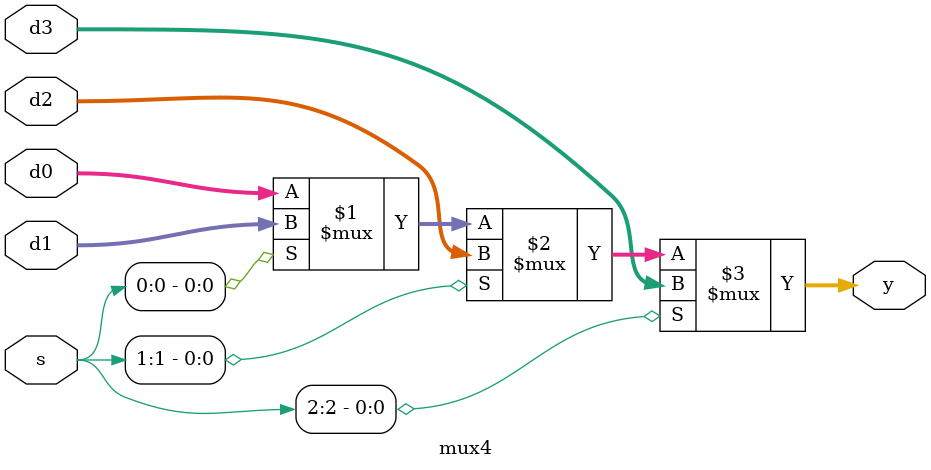
<source format=v>
module mux4 #(parameter WIDTH = 8)
             (  input   [WIDTH-1:0] d0, d1, d2, d3,
                input   [2:0]       s,
                output  [WIDTH-1:0] y);

    assign y = s[2] ? d3 : (s[1] ? d2 : (s[0] ? d1 : d0)); 
endmodule
</source>
